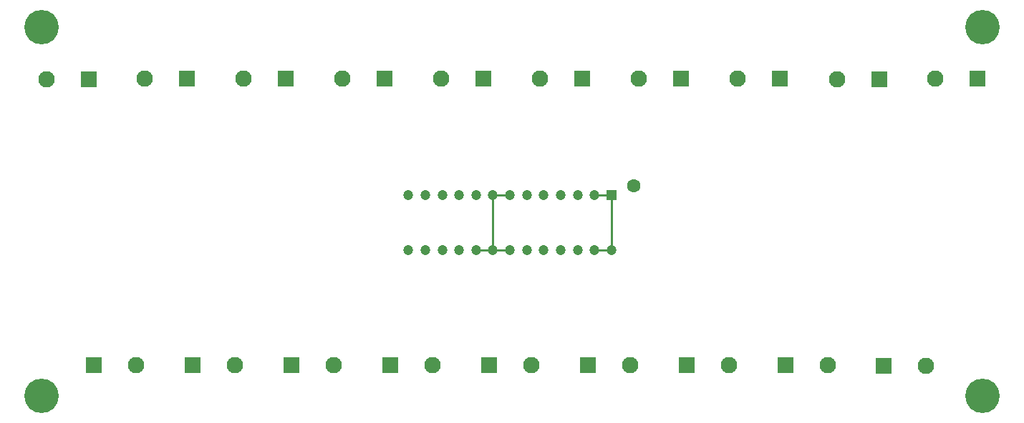
<source format=gbl>
G04*
G04 #@! TF.GenerationSoftware,Altium Limited,Altium Designer,20.1.14 (287)*
G04*
G04 Layer_Physical_Order=2*
G04 Layer_Color=16711680*
%FSLAX25Y25*%
%MOIN*%
G70*
G04*
G04 #@! TF.SameCoordinates,AD4F6338-5A94-4AA3-B556-C82436557DC4*
G04*
G04*
G04 #@! TF.FilePolarity,Positive*
G04*
G01*
G75*
%ADD12C,0.01000*%
%ADD21C,0.04724*%
%ADD22C,0.06299*%
%ADD23R,0.04724X0.04724*%
%ADD24C,0.07677*%
%ADD25R,0.07677X0.07677*%
%ADD26C,0.16000*%
D12*
X222126Y80000D02*
Y105591D01*
X214252Y80000D02*
X222126D01*
X230000D01*
X222126Y105591D02*
X230000D01*
X269370D02*
X277244D01*
Y80000D02*
Y105591D01*
X269370Y80000D02*
X277244D01*
D21*
X214252D02*
D03*
Y105591D02*
D03*
X230000D02*
D03*
X222126D02*
D03*
X230000Y80000D02*
D03*
X222126D02*
D03*
X269370Y105591D02*
D03*
X261496D02*
D03*
X253622D02*
D03*
X245748D02*
D03*
X237874D02*
D03*
X206378D02*
D03*
X198504D02*
D03*
X190630D02*
D03*
X182756D02*
D03*
X277244Y80000D02*
D03*
X269370D02*
D03*
X261496D02*
D03*
X253622D02*
D03*
X245748D02*
D03*
X237874D02*
D03*
X206378D02*
D03*
X198504D02*
D03*
X190630D02*
D03*
X182756D02*
D03*
D22*
X287677Y109921D02*
D03*
D23*
X277244Y105591D02*
D03*
D24*
X423685Y26000D02*
D03*
X377842Y26228D02*
D03*
X331842D02*
D03*
X285842D02*
D03*
X239843D02*
D03*
X193842D02*
D03*
X147843D02*
D03*
X101842D02*
D03*
X55843D02*
D03*
X14157Y159772D02*
D03*
X60000Y160000D02*
D03*
X106000D02*
D03*
X152000D02*
D03*
X198000D02*
D03*
X244000D02*
D03*
X290000D02*
D03*
X336000D02*
D03*
X382157Y159772D02*
D03*
X428000Y160000D02*
D03*
D25*
X404000Y26000D02*
D03*
X358157Y26228D02*
D03*
X312158D02*
D03*
X266158D02*
D03*
X220158D02*
D03*
X174158D02*
D03*
X128157D02*
D03*
X82157D02*
D03*
X36158D02*
D03*
X33843Y159772D02*
D03*
X79685Y160000D02*
D03*
X125685D02*
D03*
X171685D02*
D03*
X217685D02*
D03*
X263685D02*
D03*
X309685D02*
D03*
X355685D02*
D03*
X401842Y159772D02*
D03*
X447685Y160000D02*
D03*
D26*
X12000Y184000D02*
D03*
X450000D02*
D03*
X12000Y12000D02*
D03*
X450000D02*
D03*
M02*

</source>
